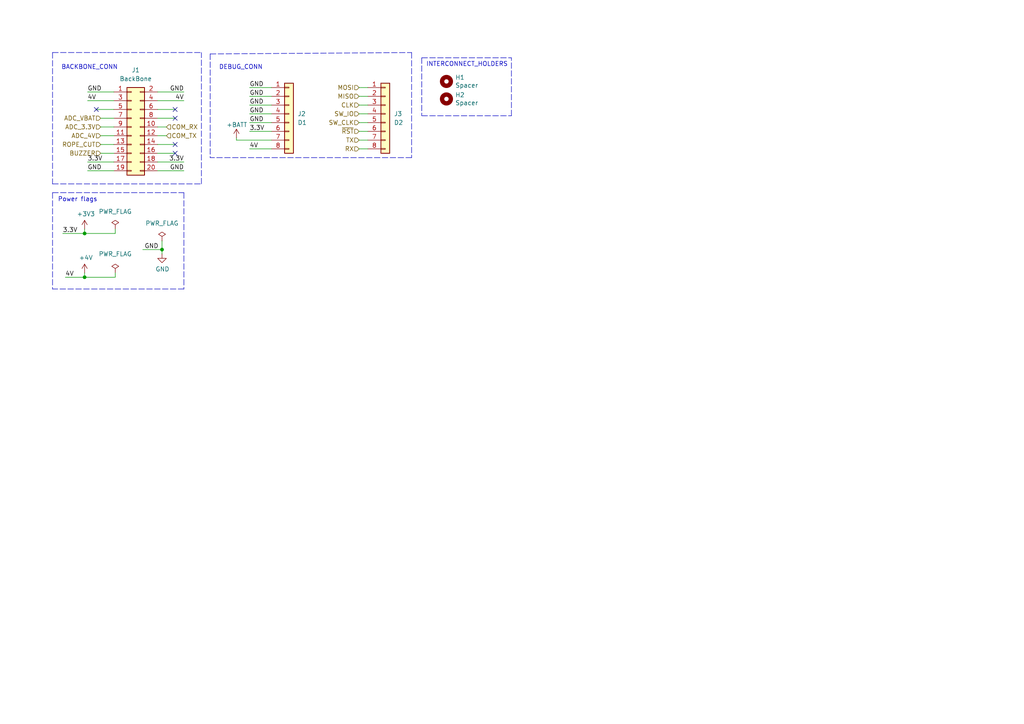
<source format=kicad_sch>
(kicad_sch (version 20211123) (generator eeschema)
  (paper "A4")
  (title_block (date "%%date%%") (rev "%%version%%") (company "BASEMENT"))
  (lib_symbols
    (symbol "Connector_Generic:Conn_01x08" (pin_names (offset 1.016) hide)
      (property "Reference" "J" (at 0 10.16 0))
      (property "Value" "Conn_01x08" (at 0 -12.7 0))
      (symbol "Conn_01x08_1_1"
        (rectangle (start -1.27 -10.033) (end 0 -10.287) (stroke (width 0.1524)))
        (rectangle (start -1.27 -7.493) (end 0 -7.747) (stroke (width 0.1524)))
        (rectangle (start -1.27 -4.953) (end 0 -5.207) (stroke (width 0.1524)))
        (rectangle (start -1.27 -2.413) (end 0 -2.667) (stroke (width 0.1524)))
        (rectangle (start -1.27 0.127) (end 0 -0.127) (stroke (width 0.1524)))
        (rectangle (start -1.27 2.667) (end 0 2.413) (stroke (width 0.1524)))
        (rectangle (start -1.27 5.207) (end 0 4.953) (stroke (width 0.1524)))
        (rectangle (start -1.27 7.747) (end 0 7.493) (stroke (width 0.1524)))
        (rectangle (start -1.27 8.89) (end 1.27 -11.43) (stroke (width 0.254)) (fill (type background)))
        (pin passive line (at -5.08 7.62 0) (length 3.81) (name "Pin_1") (number "1"))
        (pin passive line (at -5.08 5.08 0) (length 3.81) (name "Pin_2") (number "2"))
        (pin passive line (at -5.08 2.54 0) (length 3.81) (name "Pin_3") (number "3"))
        (pin passive line (at -5.08 0 0) (length 3.81) (name "Pin_4") (number "4"))
        (pin passive line (at -5.08 -2.54 0) (length 3.81) (name "Pin_5") (number "5"))
        (pin passive line (at -5.08 -5.08 0) (length 3.81) (name "Pin_6") (number "6"))
        (pin passive line (at -5.08 -7.62 0) (length 3.81) (name "Pin_7") (number "7"))
        (pin passive line (at -5.08 -10.16 0) (length 3.81) (name "Pin_8") (number "8"))
      )
    )
    (symbol "Connector_Generic:Conn_02x10_Odd_Even" (pin_names (offset 1.016) hide)
      (property "Reference" "J" (at 1.27 12.7 0))
      (property "Value" "Conn_02x10_Odd_Even" (at 1.27 -15.24 0))
      (symbol "Conn_02x10_Odd_Even_1_1"
        (rectangle (start -1.27 -12.573) (end 0 -12.827) (stroke (width 0.1524)))
        (rectangle (start -1.27 -10.033) (end 0 -10.287) (stroke (width 0.1524)))
        (rectangle (start -1.27 -7.493) (end 0 -7.747) (stroke (width 0.1524)))
        (rectangle (start -1.27 -4.953) (end 0 -5.207) (stroke (width 0.1524)))
        (rectangle (start -1.27 -2.413) (end 0 -2.667) (stroke (width 0.1524)))
        (rectangle (start -1.27 0.127) (end 0 -0.127) (stroke (width 0.1524)))
        (rectangle (start -1.27 2.667) (end 0 2.413) (stroke (width 0.1524)))
        (rectangle (start -1.27 5.207) (end 0 4.953) (stroke (width 0.1524)))
        (rectangle (start -1.27 7.747) (end 0 7.493) (stroke (width 0.1524)))
        (rectangle (start -1.27 10.287) (end 0 10.033) (stroke (width 0.1524)))
        (rectangle (start -1.27 11.43) (end 3.81 -13.97) (stroke (width 0.254)) (fill (type background)))
        (rectangle (start 3.81 -12.573) (end 2.54 -12.827) (stroke (width 0.1524)))
        (rectangle (start 3.81 -10.033) (end 2.54 -10.287) (stroke (width 0.1524)))
        (rectangle (start 3.81 -7.493) (end 2.54 -7.747) (stroke (width 0.1524)))
        (rectangle (start 3.81 -4.953) (end 2.54 -5.207) (stroke (width 0.1524)))
        (rectangle (start 3.81 -2.413) (end 2.54 -2.667) (stroke (width 0.1524)))
        (rectangle (start 3.81 0.127) (end 2.54 -0.127) (stroke (width 0.1524)))
        (rectangle (start 3.81 2.667) (end 2.54 2.413) (stroke (width 0.1524)))
        (rectangle (start 3.81 5.207) (end 2.54 4.953) (stroke (width 0.1524)))
        (rectangle (start 3.81 7.747) (end 2.54 7.493) (stroke (width 0.1524)))
        (rectangle (start 3.81 10.287) (end 2.54 10.033) (stroke (width 0.1524)))
        (pin passive line (at -5.08 10.16 0) (length 3.81) (name "Pin_1") (number "1"))
        (pin passive line (at 7.62 0 180) (length 3.81) (name "Pin_10") (number "10"))
        (pin passive line (at -5.08 -2.54 0) (length 3.81) (name "Pin_11") (number "11"))
        (pin passive line (at 7.62 -2.54 180) (length 3.81) (name "Pin_12") (number "12"))
        (pin passive line (at -5.08 -5.08 0) (length 3.81) (name "Pin_13") (number "13"))
        (pin passive line (at 7.62 -5.08 180) (length 3.81) (name "Pin_14") (number "14"))
        (pin passive line (at -5.08 -7.62 0) (length 3.81) (name "Pin_15") (number "15"))
        (pin passive line (at 7.62 -7.62 180) (length 3.81) (name "Pin_16") (number "16"))
        (pin passive line (at -5.08 -10.16 0) (length 3.81) (name "Pin_17") (number "17"))
        (pin passive line (at 7.62 -10.16 180) (length 3.81) (name "Pin_18") (number "18"))
        (pin passive line (at -5.08 -12.7 0) (length 3.81) (name "Pin_19") (number "19"))
        (pin passive line (at 7.62 10.16 180) (length 3.81) (name "Pin_2") (number "2"))
        (pin passive line (at 7.62 -12.7 180) (length 3.81) (name "Pin_20") (number "20"))
        (pin passive line (at -5.08 7.62 0) (length 3.81) (name "Pin_3") (number "3"))
        (pin passive line (at 7.62 7.62 180) (length 3.81) (name "Pin_4") (number "4"))
        (pin passive line (at -5.08 5.08 0) (length 3.81) (name "Pin_5") (number "5"))
        (pin passive line (at 7.62 5.08 180) (length 3.81) (name "Pin_6") (number "6"))
        (pin passive line (at -5.08 2.54 0) (length 3.81) (name "Pin_7") (number "7"))
        (pin passive line (at 7.62 2.54 180) (length 3.81) (name "Pin_8") (number "8"))
        (pin passive line (at -5.08 0 0) (length 3.81) (name "Pin_9") (number "9"))
      )
    )
    (symbol "Mechanical:MountingHole" (pin_names (offset 1.016))
      (property "Reference" "H" (at 0 5.08 0))
      (property "Value" "MountingHole" (at 0 3.175 0))
      (symbol "MountingHole_0_1"
        (circle (center 0 0) (radius 1.27) (stroke (width 1.27)))
      )
    )
    (symbol "power:+3.3V" (power) (pin_names (offset 0))
      (property "Value" "+3.3V" (at 0 3.556 0))
      (symbol "+3.3V_0_1"
        (polyline (pts (xy -0.762 1.27) (xy 0 2.54)))
        (polyline (pts (xy 0 0) (xy 0 2.54)))
        (polyline (pts (xy 0 2.54) (xy 0.762 1.27)))
      )
      (symbol "+3.3V_1_1"
        (pin power_in line (at 0 0 90) (length 0) hide (name "+3V3") (number "1"))
      )
    )
    (symbol "power:+4V" (power) (pin_names (offset 0))
      (property "Value" "+4V" (at 0 3.556 0))
      (symbol "+4V_0_1"
        (polyline (pts (xy -0.762 1.27) (xy 0 2.54)))
        (polyline (pts (xy 0 0) (xy 0 2.54)))
        (polyline (pts (xy 0 2.54) (xy 0.762 1.27)))
      )
      (symbol "+4V_1_1"
        (pin power_in line (at 0 0 90) (length 0) hide (name "+4V") (number "1"))
      )
    )
    (symbol "power:+BATT" (power) (pin_names (offset 0))
      (property "Value" "+BATT" (at 0 3.556 0))
      (symbol "+BATT_0_1"
        (polyline (pts (xy -0.762 1.27) (xy 0 2.54)))
        (polyline (pts (xy 0 0) (xy 0 2.54)))
        (polyline (pts (xy 0 2.54) (xy 0.762 1.27)))
      )
      (symbol "+BATT_1_1"
        (pin power_in line (at 0 0 90) (length 0) hide (name "+BATT") (number "1"))
      )
    )
    (symbol "power:GND" (power) (pin_names (offset 0))
      (property "Value" "GND" (at 0 -3.81 0))
      (symbol "GND_0_1"
        (polyline (pts (xy 0 0) (xy 0 -1.27) (xy 1.27 -1.27) (xy 0 -2.54) (xy -1.27 -1.27) (xy 0 -1.27)))
      )
      (symbol "GND_1_1"
        (pin power_in line (at 0 0 270) (length 0) hide (name "GND") (number "1"))
      )
    )
    (symbol "power:PWR_FLAG" (power) (pin_numbers hide) (pin_names (offset 0) hide)
      (property "Value" "PWR_FLAG" (at 0 3.81 0))
      (symbol "PWR_FLAG_0_0"
        (pin power_out line (at 0 0 90) (length 0) (name "pwr") (number "1"))
      )
      (symbol "PWR_FLAG_0_1"
        (polyline (pts (xy 0 0) (xy 0 1.27) (xy -1.016 1.905) (xy 0 2.54) (xy 1.016 1.905) (xy 0 1.27)))
      )
    )
  )
  (junction (at 46.99 72.39))
  (junction (at 24.5364 80.4164))
  (junction (at 24.5364 67.7164))
  (no_connect (at 50.8 31.75))
  (no_connect (at 50.8 34.29))
  (no_connect (at 27.94 31.75))
  (no_connect (at 50.8 41.91))
  (no_connect (at 50.8 44.45))
  (wire (pts (xy 45.72 39.37) (xy 48.26 39.37)))
  (wire (pts (xy 45.72 44.45) (xy 50.8 44.45)))
  (wire (pts (xy 18.9484 80.4164) (xy 24.5364 80.4164)))
  (wire (pts (xy 106.68 35.56) (xy 104.14 35.56)))
  (wire (pts (xy 45.72 41.91) (xy 50.8 41.91)))
  (wire (pts (xy 24.5364 80.4164) (xy 24.5364 79.1464)))
  (wire (pts (xy 24.5364 67.7164) (xy 33.4264 67.7164)))
  (polyline (pts (xy 15.24 55.88) (xy 15.24 83.82)))
  (wire (pts (xy 25.4 49.53) (xy 33.02 49.53)))
  (polyline (pts (xy 122.3264 16.764) (xy 148.336 16.764)))
  (wire (pts (xy 104.14 40.64) (xy 106.68 40.64)))
  (polyline (pts (xy 119.38 15.24) (xy 119.38 45.72)))
  (wire (pts (xy 45.72 49.53) (xy 53.34 49.53)))
  (wire (pts (xy 106.68 30.48) (xy 104.14 30.48)))
  (wire (pts (xy 72.39 25.4) (xy 78.74 25.4)))
  (polyline (pts (xy 60.96 15.6464) (xy 60.96 45.72)))
  (wire (pts (xy 33.4264 67.7164) (xy 33.4264 66.4464)))
  (polyline (pts (xy 58.42 53.34) (xy 58.42 15.24)))
  (wire (pts (xy 106.68 27.94) (xy 104.14 27.94)))
  (polyline (pts (xy 15.24 15.24) (xy 15.24 53.34)))
  (wire (pts (xy 72.39 33.02) (xy 78.74 33.02)))
  (wire (pts (xy 46.99 69.85) (xy 46.99 72.39)))
  (wire (pts (xy 45.72 29.21) (xy 53.34 29.21)))
  (wire (pts (xy 72.39 38.1) (xy 78.74 38.1)))
  (wire (pts (xy 25.4 46.99) (xy 33.02 46.99)))
  (wire (pts (xy 29.21 36.83) (xy 33.02 36.83)))
  (polyline (pts (xy 53.34 55.88) (xy 53.34 83.82)))
  (polyline (pts (xy 148.336 33.5788) (xy 148.336 16.764)))
  (wire (pts (xy 68.58 40.64) (xy 68.58 40.005)))
  (wire (pts (xy 29.21 44.45) (xy 33.02 44.45)))
  (polyline (pts (xy 60.96 15.6464) (xy 119.38 15.24)))
  (wire (pts (xy 106.68 33.02) (xy 104.14 33.02)))
  (wire (pts (xy 27.94 31.75) (xy 33.02 31.75)))
  (wire (pts (xy 106.68 43.18) (xy 104.14 43.18)))
  (wire (pts (xy 24.5364 66.4464) (xy 24.5364 67.7164)))
  (wire (pts (xy 68.58 40.64) (xy 78.74 40.64)))
  (polyline (pts (xy 15.24 15.24) (xy 58.42 15.24)))
  (wire (pts (xy 106.68 38.1) (xy 104.14 38.1)))
  (wire (pts (xy 45.72 36.83) (xy 48.26 36.83)))
  (polyline (pts (xy 15.24 55.88) (xy 53.34 55.88)))
  (wire (pts (xy 29.21 39.37) (xy 33.02 39.37)))
  (wire (pts (xy 45.72 46.99) (xy 53.34 46.99)))
  (wire (pts (xy 24.5364 80.4164) (xy 33.4264 80.4164)))
  (wire (pts (xy 25.4 29.21) (xy 33.02 29.21)))
  (polyline (pts (xy 53.34 83.82) (xy 15.24 83.82)))
  (wire (pts (xy 72.39 30.48) (xy 78.74 30.48)))
  (wire (pts (xy 46.99 73.66) (xy 46.99 72.39)))
  (wire (pts (xy 72.39 27.94) (xy 78.74 27.94)))
  (wire (pts (xy 29.21 41.91) (xy 33.02 41.91)))
  (wire (pts (xy 45.72 34.29) (xy 50.8 34.29)))
  (wire (pts (xy 33.4264 80.4164) (xy 33.4264 79.1464)))
  (wire (pts (xy 45.72 31.75) (xy 50.8 31.75)))
  (wire (pts (xy 72.39 35.56) (xy 78.74 35.56)))
  (polyline (pts (xy 122.3264 16.764) (xy 122.3264 33.5788)))
  (wire (pts (xy 41.402 72.39) (xy 46.99 72.39)))
  (polyline (pts (xy 15.24 53.34) (xy 58.42 53.34)))
  (wire (pts (xy 29.21 34.29) (xy 33.02 34.29)))
  (wire (pts (xy 25.4 26.67) (xy 33.02 26.67)))
  (wire (pts (xy 106.68 25.4) (xy 104.14 25.4)))
  (wire (pts (xy 72.39 43.18) (xy 78.74 43.18)))
  (polyline (pts (xy 119.38 45.72) (xy 60.96 45.72)))
  (wire (pts (xy 18.1864 67.7164) (xy 24.5364 67.7164)))
  (wire (pts (xy 45.72 26.67) (xy 53.34 26.67)))
  (polyline (pts (xy 122.3264 33.5788) (xy 148.336 33.5788)))
  (text "BACKBONE_CONN" (at 17.78 20.32 0) (effects (font (size 1.27 1.27)) (justify left bottom)))
  (text "DEBUG_CONN\n" (at 63.5 20.32 0) (effects (font (size 1.27 1.27)) (justify left bottom)))
  (text "Power flags\n" (at 16.764 58.674 0) (effects (font (size 1.27 1.27)) (justify left bottom)))
  (text "INTERCONNECT_HOLDERS\n" (at 123.5964 19.4564 0) (effects (font (size 1.27 1.27)) (justify left bottom)))
  (label "4V" (at 72.39 43.18 0))
  (label "GND" (at 53.34 49.53 180))
  (label "GND" (at 72.39 27.94 0))
  (label "GND" (at 72.39 33.02 0))
  (label "GND" (at 41.91 72.39 0))
  (label "3.3V" (at 72.39 38.1 0))
  (label "3.3V" (at 25.4 46.99 0))
  (label "GND" (at 72.39 30.48 0))
  (label "3.3V" (at 53.34 46.99 180))
  (label "4V" (at 25.4 29.21 0))
  (label "3.3V" (at 18.1864 67.7164 0))
  (label "GND" (at 25.4 26.67 0))
  (label "4V" (at 53.34 29.21 180))
  (label "GND" (at 72.39 25.4 0))
  (label "GND" (at 72.39 35.56 0))
  (label "4V" (at 18.9484 80.4164 0))
  (label "GND" (at 25.4 49.53 0))
  (label "GND" (at 53.34 26.67 180))
  (hierarchical_label "TX" (shape input) (at 104.14 40.64 180))
  (hierarchical_label "RX" (shape input) (at 104.14 43.18 180))
  (hierarchical_label "MOSI" (shape input) (at 104.14 25.4 180))
  (hierarchical_label "ADC_4V" (shape input) (at 29.21 39.37 180))
  (hierarchical_label "BUZZER" (shape input) (at 29.21 44.45 180))
  (hierarchical_label "CLK" (shape input) (at 104.14 30.48 180))
  (hierarchical_label "ROPE_CUT" (shape input) (at 29.21 41.91 180))
  (hierarchical_label "COM_RX" (shape input) (at 48.26 36.83 0))
  (hierarchical_label "SW_IO" (shape input) (at 104.14 33.02 180))
  (hierarchical_label "~{RST}" (shape input) (at 104.14 38.1 180))
  (hierarchical_label "COM_TX" (shape input) (at 48.26 39.37 0))
  (hierarchical_label "ADC_3.3V" (shape input) (at 29.21 36.83 180))
  (hierarchical_label "MISO" (shape input) (at 104.14 27.94 180))
  (hierarchical_label "SW_CLK" (shape input) (at 104.14 35.56 180))
  (hierarchical_label "ADC_VBAT" (shape input) (at 29.21 34.29 180))
  (symbol (lib_id "power:PWR_FLAG") (at 33.4264 79.1464 0) (unit 1)
    (property "Reference" "#FLG0103" (effects hide))
    (property "Value" "PWR_FLAG" (at 33.4264 73.66 0))
  )
  (symbol (lib_id "power:+3.3V") (at 24.5364 66.4464 0) (unit 1)
    (property "Reference" "#PWR0101" (effects hide))
    (property "Value" "+3.3V" (at 24.9174 62.0522 0))
  )
  (symbol (lib_id "power:PWR_FLAG") (at 33.4264 66.4464 0) (unit 1)
    (property "Reference" "#FLG0102" (effects hide))
    (property "Value" "PWR_FLAG" (at 33.4264 61.3664 0))
  )
  (symbol (lib_id "Connector_Generic:Conn_01x08") (at 83.82 33.02 0) (unit 1)
    (property "Reference" "J2" (at 86.3092 33.0199 0) (effects (justify left)))
    (property "Value" "D1" (at 86.3092 35.5599 0) (effects (justify left)))
    (property "Footprint" "Connector_PinSocket_2.54mm:PinSocket_1x08_P2.54mm_Horizontal" (effects hide))
  )
  (symbol (lib_id "power:+4V") (at 24.5364 79.1464 0) (unit 1)
    (property "Reference" "#PWR0102" (effects hide))
    (property "Value" "+4V" (at 24.9174 74.7522 0))
  )
  (symbol (lib_id "Connector_Generic:Conn_02x10_Odd_Even") (at 38.1 36.83 0) (unit 1)
    (property "Reference" "J1" (at 39.37 20.32 0))
    (property "Value" "BackBone" (at 39.37 22.86 0))
    (property "Footprint" "Connector_PinSocket_2.54mm:PinSocket_2x10_P2.54mm_Horizontal" (effects hide))
  )
  (symbol (lib_id "Connector_Generic:Conn_01x08") (at 111.76 33.02 0) (unit 1)
    (property "Reference" "J3" (at 114.2492 33.0199 0) (effects (justify left)))
    (property "Value" "D2" (at 114.2492 35.5599 0) (effects (justify left)))
    (property "Footprint" "Connector_PinSocket_2.54mm:PinSocket_1x08_P2.54mm_Horizontal" (effects hide))
  )
  (symbol (lib_id "power:GND") (at 46.99 73.66 0) (unit 1)
    (property "Reference" "#PWR0103" (effects hide))
    (property "Value" "GND" (at 47.117 78.0542 0))
  )
  (symbol (lib_id "Mechanical:MountingHole") (at 129.4892 23.622 0) (unit 1)
    (property "Reference" "H1" (at 132.0292 22.4536 0) (effects (justify left)))
    (property "Value" "Spacer" (at 132.0292 24.765 0) (effects (justify left)))
    (property "Footprint" "MountingHole:MountingHole_3.2mm_M3" (effects hide))
  )
  (symbol (lib_id "Mechanical:MountingHole") (at 129.4892 28.702 0) (unit 1)
    (property "Reference" "H2" (at 132.0292 27.5336 0) (effects (justify left)))
    (property "Value" "Spacer" (at 132.0292 29.845 0) (effects (justify left)))
    (property "Footprint" "MountingHole:MountingHole_3.2mm_M3" (effects hide))
  )
  (symbol (lib_id "power:PWR_FLAG") (at 46.99 69.85 0) (unit 1)
    (property "Reference" "#FLG0101" (effects hide))
    (property "Value" "PWR_FLAG" (at 46.99 64.77 0))
  )
  (symbol (lib_id "power:+BATT") (at 68.58 40.005 0) (unit 1)
    (property "Reference" "#PWR0166" (effects hide))
    (property "Value" "+BATT" (at 71.755 36.195 0) (effects (justify right)))
  )
)
</source>
